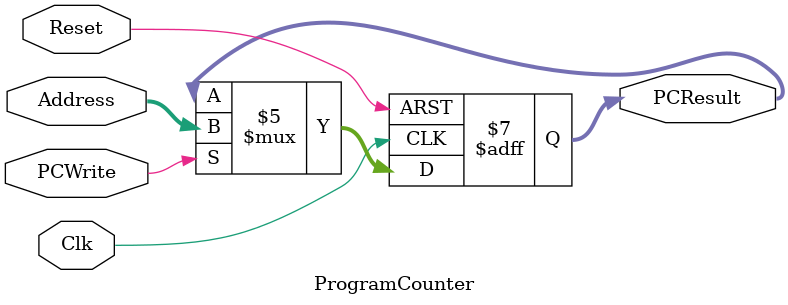
<source format=v>
`timescale 1ns / 1ps


module ProgramCounter(Address, PCResult, Reset, Clk, PCWrite);

	input [31:0] Address;
	input Reset, Clk, PCWrite;
    output reg [31:0] PCResult;
    
	initial begin
	   PCResult <= 0;
	end

    //remember to use NONblocking statements, since this is SEQUENTIAL LOGIC
    //SEQUENTIAL b/c a state is stored and updated according to a clock!!!
    //update only at posedge 
   
    
    always @(posedge Clk, posedge Reset)begin
        if (Reset == 1)begin  
            PCResult <= 32'd0;
        end
        else if (PCWrite == 1) begin //only update if PCwrite 
            PCResult <= Address;
        end         
        
    end
  
endmodule

</source>
